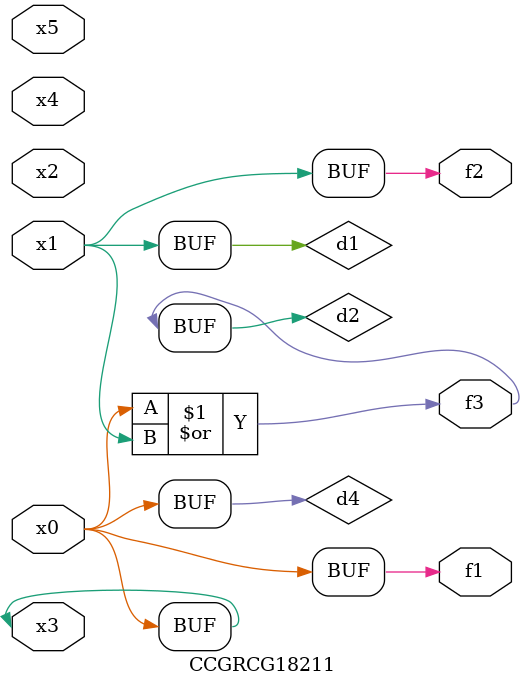
<source format=v>
module CCGRCG18211(
	input x0, x1, x2, x3, x4, x5,
	output f1, f2, f3
);

	wire d1, d2, d3, d4;

	and (d1, x1);
	or (d2, x0, x1);
	nand (d3, x0, x5);
	buf (d4, x0, x3);
	assign f1 = d4;
	assign f2 = d1;
	assign f3 = d2;
endmodule

</source>
